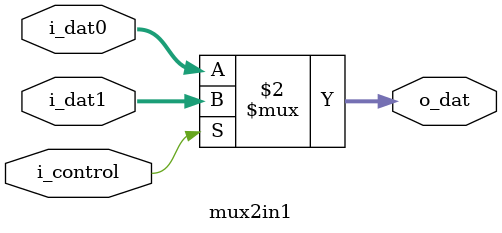
<source format=v>
module mux2in1(i_dat0, i_dat1, i_control, o_dat);

parameter WIDTH = 32;

input   [WIDTH-1:0]   i_dat0, i_dat1; 
input                 i_control;
output  [WIDTH-1:0]   o_dat;
  
assign o_dat = !i_control ? i_dat0 : i_dat1;

endmodule 
</source>
